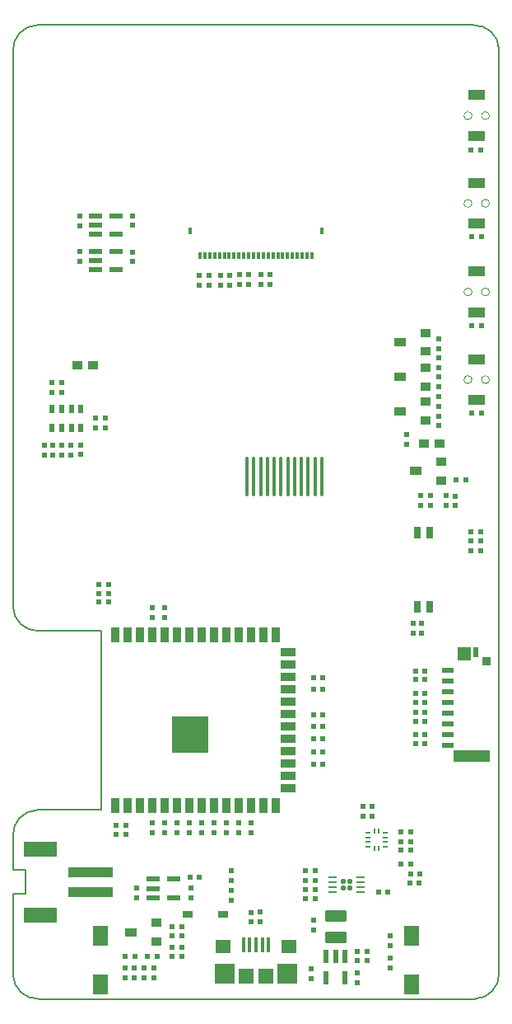
<source format=gtp>
%TF.GenerationSoftware,KiCad,Pcbnew,6.0.6-3a73a75311~116~ubuntu20.04.1*%
%TF.CreationDate,2022-08-17T13:19:53+08:00*%
%TF.ProjectId,Maple_Eye_Alef_V12,4d61706c-655f-4457-9965-5f416c65665f,rev?*%
%TF.SameCoordinates,Original*%
%TF.FileFunction,Paste,Top*%
%TF.FilePolarity,Positive*%
%FSLAX46Y46*%
G04 Gerber Fmt 4.6, Leading zero omitted, Abs format (unit mm)*
G04 Created by KiCad (PCBNEW 6.0.6-3a73a75311~116~ubuntu20.04.1) date 2022-08-17 13:19:53*
%MOMM*%
%LPD*%
G01*
G04 APERTURE LIST*
G04 Aperture macros list*
%AMRoundRect*
0 Rectangle with rounded corners*
0 $1 Rounding radius*
0 $2 $3 $4 $5 $6 $7 $8 $9 X,Y pos of 4 corners*
0 Add a 4 corners polygon primitive as box body*
4,1,4,$2,$3,$4,$5,$6,$7,$8,$9,$2,$3,0*
0 Add four circle primitives for the rounded corners*
1,1,$1+$1,$2,$3*
1,1,$1+$1,$4,$5*
1,1,$1+$1,$6,$7*
1,1,$1+$1,$8,$9*
0 Add four rect primitives between the rounded corners*
20,1,$1+$1,$2,$3,$4,$5,0*
20,1,$1+$1,$4,$5,$6,$7,0*
20,1,$1+$1,$6,$7,$8,$9,0*
20,1,$1+$1,$8,$9,$2,$3,0*%
G04 Aperture macros list end*
%TA.AperFunction,Profile*%
%ADD10C,0.150000*%
%TD*%
%TA.AperFunction,Profile*%
%ADD11C,0.100000*%
%TD*%
%ADD12R,0.600000X0.550000*%
%ADD13R,0.550000X0.600000*%
%ADD14R,1.450000X0.550000*%
%ADD15R,1.450010X0.550012*%
%ADD16R,0.500000X0.600000*%
%ADD17R,0.550000X1.450000*%
%ADD18R,0.550012X1.450010*%
%ADD19RoundRect,0.250000X0.850000X-0.375000X0.850000X0.375000X-0.850000X0.375000X-0.850000X-0.375000X0*%
%ADD20R,0.999998X0.914400*%
%ADD21R,1.270000X0.914400*%
%ADD22R,0.600000X0.500000*%
%ADD23R,0.500000X0.280010*%
%ADD24R,0.280010X0.500000*%
%ADD25RoundRect,0.100000X0.100000X-1.900000X0.100000X1.900000X-0.100000X1.900000X-0.100000X-1.900000X0*%
%ADD26R,0.759460X1.270000*%
%ADD27RoundRect,0.140000X-0.140000X-0.140000X0.140000X-0.140000X0.140000X0.140000X-0.140000X0.140000X0*%
%ADD28RoundRect,0.062500X-0.325000X-0.062500X0.325000X-0.062500X0.325000X0.062500X-0.325000X0.062500X0*%
%ADD29R,1.700000X1.000000*%
%ADD30R,0.300000X0.800000*%
%ADD31R,0.400000X0.800000*%
%ADD32R,4.599991X1.000000*%
%ADD33R,3.399993X1.600000*%
%ADD34R,0.381000X1.524000*%
%ADD35R,1.600000X1.397000*%
%ADD36R,1.500000X1.500000*%
%ADD37R,2.032000X2.032000*%
%ADD38R,1.000000X0.950000*%
%ADD39R,1.000000X0.700000*%
%ADD40R,1.500000X2.000000*%
%ADD41R,3.800000X1.200000*%
%ADD42R,1.400000X1.450000*%
%ADD43R,0.600000X1.000000*%
%ADD44R,0.850000X0.950000*%
%ADD45R,1.250000X0.600000*%
%ADD46R,0.600000X0.900000*%
%ADD47R,0.899998X1.499997*%
%ADD48R,1.499997X0.899998*%
%ADD49R,3.699993X3.699993*%
G04 APERTURE END LIST*
D10*
X217516861Y-150099994D02*
G75*
G03*
X219999992Y-147476295I-70261J2553394D01*
G01*
X172477803Y-50100089D02*
G75*
G03*
X169999990Y-52730310I76197J-2554011D01*
G01*
X172488739Y-130703189D02*
G75*
G03*
X169999990Y-133326905I67461J-2556211D01*
G01*
X171331992Y-136824593D02*
X171331992Y-139262993D01*
X169999995Y-147606600D02*
G75*
G03*
X172627800Y-150100005I2560605J67200D01*
G01*
X170000006Y-109815661D02*
G75*
G03*
X172628105Y-112313593I2562994J65061D01*
G01*
X219999992Y-147476295D02*
X219999992Y-52579731D01*
X179078992Y-112313593D02*
X179078992Y-130703193D01*
X179078992Y-112313593D02*
X172628105Y-112313593D01*
X220000000Y-52579731D02*
G75*
G03*
X217374090Y-50100001I-2552800J-73069D01*
G01*
X171331992Y-139262993D02*
X169999990Y-139262993D01*
X172477800Y-50100001D02*
X217374090Y-50100001D01*
X172627800Y-150100005D02*
X217516861Y-150100005D01*
X169999990Y-147606600D02*
X169999990Y-139262993D01*
X179078992Y-130703193D02*
X172488739Y-130703193D01*
X169999990Y-109815661D02*
X169999990Y-52730310D01*
X169999990Y-136824593D02*
X169999990Y-133326905D01*
X169999990Y-136824593D02*
X171331992Y-136824593D01*
D11*
%TO.C,MENU1*%
X218560203Y-77101985D02*
G75*
G03*
X218575051Y-77100779I40322J-404435D01*
G01*
X216760203Y-77101985D02*
G75*
G03*
X216775051Y-77100779I40322J-404435D01*
G01*
%TO.C,DOWN1*%
X216760203Y-68001985D02*
G75*
G03*
X216775051Y-68000779I40322J-404435D01*
G01*
X218560203Y-68001985D02*
G75*
G03*
X218575051Y-68000779I40322J-404435D01*
G01*
%TO.C,UP1*%
X218560203Y-59001985D02*
G75*
G03*
X218575051Y-59000779I40322J-404435D01*
G01*
X216760203Y-59001985D02*
G75*
G03*
X216775051Y-59000779I40322J-404435D01*
G01*
%TO.C,PLAY1*%
X216760203Y-86101985D02*
G75*
G03*
X216775051Y-86100779I40322J-404435D01*
G01*
X218560203Y-86101985D02*
G75*
G03*
X218575051Y-86100779I40322J-404435D01*
G01*
%TD*%
D12*
%TO.C,R51*%
X209927800Y-133956600D03*
X210927802Y-133956600D03*
%TD*%
D13*
%TO.C,R6*%
X184500000Y-147900000D03*
X184500000Y-146899998D03*
%TD*%
D12*
%TO.C,R7*%
X218200000Y-71800000D03*
X217199998Y-71800000D03*
%TD*%
D14*
%TO.C,U4*%
X178474604Y-69666987D03*
D15*
X178474600Y-70617000D03*
X178474600Y-71566985D03*
X180624608Y-71566985D03*
X180624608Y-69666989D03*
%TD*%
D13*
%TO.C,R49*%
X174024400Y-86820000D03*
X174024400Y-87820002D03*
%TD*%
D16*
%TO.C,C19*%
X176869200Y-73383400D03*
X176869200Y-74383402D03*
%TD*%
D13*
%TO.C,R61*%
X176945400Y-93203398D03*
X176945400Y-94203400D03*
%TD*%
D17*
%TO.C,U8*%
X204137813Y-145766604D03*
D18*
X203187800Y-145766600D03*
X202237815Y-145766600D03*
X202237815Y-147916608D03*
X204137811Y-147916608D03*
%TD*%
D19*
%TO.C,L1*%
X203207800Y-143771600D03*
X203207800Y-141621600D03*
%TD*%
D13*
%TO.C,R50*%
X174989600Y-86820000D03*
X174989600Y-87820002D03*
%TD*%
D12*
%TO.C,R27*%
X200900000Y-118300000D03*
X201900002Y-118300000D03*
%TD*%
%TO.C,R1*%
X217200000Y-81000000D03*
X218200002Y-81000000D03*
%TD*%
%TO.C,R44*%
X201900000Y-124700000D03*
X200899998Y-124700000D03*
%TD*%
%TO.C,R17*%
X218100000Y-104100000D03*
X217099998Y-104100000D03*
%TD*%
D16*
%TO.C,C20*%
X190200000Y-75800000D03*
X190200000Y-76800002D03*
%TD*%
%TO.C,C30*%
X206407800Y-145196600D03*
X206407800Y-146196602D03*
%TD*%
D20*
%TO.C,Q1*%
X184725298Y-144196611D03*
X184725298Y-142296615D03*
D21*
X182125303Y-143246600D03*
%TD*%
D20*
%TO.C,Q3*%
X212425298Y-87196611D03*
X212425298Y-85296615D03*
D21*
X209825303Y-86246600D03*
%TD*%
D22*
%TO.C,C24*%
X212400000Y-118705400D03*
X211399998Y-118705400D03*
%TD*%
D12*
%TO.C,R28*%
X200900000Y-117100000D03*
X201900002Y-117100000D03*
%TD*%
D13*
%TO.C,R34*%
X185642108Y-133000002D03*
X185642108Y-132000000D03*
%TD*%
D23*
%TO.C,U7*%
X208282753Y-134506611D03*
X208282753Y-134006612D03*
X208282753Y-133506588D03*
X208282753Y-133006589D03*
D24*
X207657812Y-132881570D03*
X207157787Y-132881570D03*
D23*
X206532846Y-133006589D03*
X206532846Y-133506588D03*
X206532846Y-134006612D03*
X206532846Y-134506611D03*
D24*
X207157787Y-134631630D03*
X207657812Y-134631630D03*
%TD*%
D16*
%TO.C,C13*%
X193328400Y-75745600D03*
X193328400Y-76745602D03*
%TD*%
D12*
%TO.C,R41*%
X201900000Y-120900000D03*
X200899998Y-120900000D03*
%TD*%
%TO.C,R53*%
X211400000Y-121600000D03*
X212400002Y-121600000D03*
%TD*%
D13*
%TO.C,R60*%
X175015000Y-93238200D03*
X175015000Y-94238202D03*
%TD*%
D16*
%TO.C,C26*%
X206027800Y-131356600D03*
X206027800Y-130356598D03*
%TD*%
D14*
%TO.C,U2*%
X184426200Y-137810202D03*
D15*
X184426196Y-138760215D03*
X184426196Y-139710200D03*
X186576204Y-139710200D03*
X186576204Y-137810204D03*
%TD*%
D13*
%TO.C,R9*%
X194511000Y-142217402D03*
X194511000Y-141217400D03*
%TD*%
D22*
%TO.C,C11*%
X211954600Y-99435800D03*
X212954602Y-99435800D03*
%TD*%
D25*
%TO.C,J5*%
X201770000Y-96480000D03*
X201070000Y-96480000D03*
X200370000Y-96480000D03*
X199670000Y-96480000D03*
X198970000Y-96480000D03*
X198270000Y-96480000D03*
X197570000Y-96480000D03*
X196870000Y-96480000D03*
X196170000Y-96480000D03*
X195470000Y-96480000D03*
X194770000Y-96480000D03*
X194070000Y-96480000D03*
%TD*%
D13*
%TO.C,R38*%
X189400000Y-133000000D03*
X189400000Y-131999998D03*
%TD*%
D26*
%TO.C,SW1*%
X211572800Y-109866600D03*
X212842800Y-109866600D03*
X212842800Y-102246600D03*
X211572800Y-102246600D03*
%TD*%
D13*
%TO.C,R18*%
X192457800Y-137946600D03*
X192457800Y-136946598D03*
%TD*%
D12*
%TO.C,R52*%
X211400000Y-117300000D03*
X212400002Y-117300000D03*
%TD*%
D27*
%TO.C,U3*%
X204657800Y-138046600D03*
X203957800Y-138046600D03*
X203957800Y-138746600D03*
X204657800Y-138746600D03*
D28*
X202845300Y-137646600D03*
X202845300Y-138146600D03*
X202845300Y-138646600D03*
X202845300Y-139146600D03*
X205770300Y-139146600D03*
X205770300Y-138646600D03*
X205770300Y-138146600D03*
X205770300Y-137646600D03*
%TD*%
D16*
%TO.C,C12*%
X200907800Y-142046600D03*
X200907800Y-143046602D03*
%TD*%
%TO.C,C18*%
X176875004Y-69699985D03*
X176875004Y-70699987D03*
%TD*%
D13*
%TO.C,R62*%
X173211600Y-93238200D03*
X173211600Y-94238202D03*
%TD*%
%TO.C,R47*%
X211137800Y-111556600D03*
X211137800Y-112556602D03*
%TD*%
D12*
%TO.C,R5*%
X186400000Y-143600000D03*
X187400002Y-143600000D03*
%TD*%
%TO.C,R54*%
X211400000Y-123000000D03*
X212400002Y-123000000D03*
%TD*%
%TO.C,R32*%
X179833000Y-108478200D03*
X178832998Y-108478200D03*
%TD*%
D16*
%TO.C,C29*%
X179487800Y-91431800D03*
X179487800Y-90431798D03*
%TD*%
D13*
%TO.C,R64*%
X213757800Y-86246600D03*
X213757800Y-87246602D03*
%TD*%
D12*
%TO.C,R69*%
X200088000Y-138896600D03*
X201088002Y-138896600D03*
%TD*%
%TO.C,R23*%
X215600000Y-96800000D03*
X216600002Y-96800000D03*
%TD*%
D29*
%TO.C,MENU1*%
X217700000Y-79600000D03*
X217700000Y-75400000D03*
%TD*%
D22*
%TO.C,D4*%
X211887802Y-137281800D03*
X210887800Y-137281800D03*
%TD*%
D12*
%TO.C,R10*%
X217100000Y-62900000D03*
X218100002Y-62900000D03*
%TD*%
D30*
%TO.C,J4*%
X189250000Y-73750000D03*
X189750000Y-73750000D03*
X190250000Y-73750000D03*
X190750000Y-73750000D03*
X191250000Y-73750000D03*
X191750000Y-73750000D03*
X192250000Y-73750000D03*
X192750000Y-73750000D03*
X193250000Y-73750000D03*
X193750000Y-73750000D03*
X194250000Y-73750000D03*
X194750000Y-73750000D03*
X195250000Y-73750000D03*
X195750000Y-73750000D03*
X196250000Y-73750000D03*
X196750000Y-73750000D03*
X197250000Y-73750000D03*
X197750000Y-73750000D03*
X198250000Y-73750000D03*
X198750000Y-73750000D03*
X199250000Y-73750000D03*
X199750000Y-73750000D03*
X200250000Y-73750000D03*
X200750000Y-73750000D03*
D31*
X201750000Y-71250000D03*
X188250000Y-71250000D03*
%TD*%
D13*
%TO.C,R2*%
X208800000Y-144600000D03*
X208800000Y-143599998D03*
%TD*%
D32*
%TO.C,J2*%
X178003793Y-139119998D03*
X178003793Y-137120002D03*
D33*
X172803803Y-141520044D03*
X172803803Y-134719956D03*
%TD*%
D20*
%TO.C,Q5*%
X212425298Y-83596611D03*
X212425298Y-81696615D03*
D21*
X209825303Y-82646600D03*
%TD*%
D22*
%TO.C,C23*%
X209927800Y-132956600D03*
X210927802Y-132956600D03*
%TD*%
D34*
%TO.C,J1*%
X193700003Y-144549987D03*
X194349989Y-144549987D03*
X195000000Y-144549987D03*
X195650011Y-144549987D03*
X196299997Y-144549987D03*
D35*
X191600007Y-144726999D03*
D36*
X195999998Y-147799993D03*
D37*
X191774200Y-147475000D03*
D35*
X198399993Y-144726999D03*
D36*
X194000002Y-147799993D03*
D37*
X198225800Y-147475000D03*
%TD*%
D22*
%TO.C,C25*%
X212400000Y-119645200D03*
X211399998Y-119645200D03*
%TD*%
D16*
%TO.C,C1*%
X208800000Y-146900000D03*
X208800000Y-145899998D03*
%TD*%
D13*
%TO.C,R63*%
X174126000Y-93220800D03*
X174126000Y-94220802D03*
%TD*%
D38*
%TO.C,R21*%
X212300000Y-93100000D03*
X213899998Y-93100000D03*
%TD*%
D13*
%TO.C,R48*%
X212007800Y-111556600D03*
X212007800Y-112556602D03*
%TD*%
D20*
%TO.C,Q2*%
X214067498Y-96850011D03*
X214067498Y-94950015D03*
D21*
X211467503Y-95900000D03*
%TD*%
D22*
%TO.C,C8*%
X217100000Y-103100000D03*
X218100002Y-103100000D03*
%TD*%
D16*
%TO.C,C7*%
X188300000Y-139700000D03*
X188300000Y-138699998D03*
%TD*%
D13*
%TO.C,R24*%
X191400000Y-76800000D03*
X191400000Y-75799998D03*
%TD*%
D12*
%TO.C,R45*%
X201900000Y-126000000D03*
X200899998Y-126000000D03*
%TD*%
D13*
%TO.C,R3*%
X182500000Y-147900000D03*
X182500000Y-146899998D03*
%TD*%
D12*
%TO.C,R13*%
X188200000Y-137600000D03*
X189200002Y-137600000D03*
%TD*%
%TO.C,R12*%
X186407800Y-145746600D03*
X187407802Y-145746600D03*
%TD*%
D39*
%TO.C,D3*%
X187950000Y-141400000D03*
X191650000Y-141400000D03*
%TD*%
D16*
%TO.C,C16*%
X196400000Y-75700000D03*
X196400000Y-76700002D03*
%TD*%
D29*
%TO.C,DOWN1*%
X217700000Y-70500000D03*
X217700000Y-66300000D03*
%TD*%
D16*
%TO.C,C17*%
X189200000Y-75800000D03*
X189200000Y-76800002D03*
%TD*%
D13*
%TO.C,R72*%
X205407800Y-146196600D03*
X205407800Y-145196598D03*
%TD*%
D22*
%TO.C,C31*%
X201088000Y-139846600D03*
X200087998Y-139846600D03*
%TD*%
D13*
%TO.C,R73*%
X205407800Y-148446600D03*
X205407800Y-147446598D03*
%TD*%
%TO.C,R8*%
X195400000Y-142200000D03*
X195400000Y-141199998D03*
%TD*%
%TO.C,R77*%
X213757800Y-82346600D03*
X213757800Y-83346602D03*
%TD*%
D16*
%TO.C,C9*%
X200707800Y-147996600D03*
X200707800Y-146996598D03*
%TD*%
D13*
%TO.C,R36*%
X188142108Y-133000000D03*
X188142108Y-131999998D03*
%TD*%
D12*
%TO.C,R19*%
X182550800Y-145740000D03*
X181550798Y-145740000D03*
%TD*%
D16*
%TO.C,C27*%
X206927800Y-131356600D03*
X206927800Y-130356598D03*
%TD*%
D22*
%TO.C,C10*%
X211954600Y-98435800D03*
X212954602Y-98435800D03*
%TD*%
D16*
%TO.C,C4*%
X182700000Y-139700000D03*
X182700000Y-138699998D03*
%TD*%
%TO.C,C15*%
X194242800Y-75720200D03*
X194242800Y-76720202D03*
%TD*%
D22*
%TO.C,D1*%
X186399998Y-142700000D03*
X187400000Y-142700000D03*
%TD*%
D13*
%TO.C,R35*%
X186842108Y-133000000D03*
X186842108Y-131999998D03*
%TD*%
D16*
%TO.C,C21*%
X182318204Y-69677185D03*
X182318204Y-70677187D03*
%TD*%
D12*
%TO.C,R14*%
X187407800Y-144846600D03*
X186407798Y-144846600D03*
%TD*%
D40*
%TO.C,EN1*%
X179000000Y-148600000D03*
X179000000Y-143600000D03*
%TD*%
D16*
%TO.C,C22*%
X182275004Y-73399985D03*
X182275004Y-74399987D03*
%TD*%
D13*
%TO.C,R30*%
X215507800Y-98456600D03*
X215507800Y-99456602D03*
%TD*%
D29*
%TO.C,UP1*%
X217700000Y-61500000D03*
X217700000Y-57300000D03*
%TD*%
D40*
%TO.C,BOOT1*%
X211000000Y-148600000D03*
X211000000Y-143600000D03*
%TD*%
D22*
%TO.C,C32*%
X201088000Y-136946600D03*
X200087998Y-136946600D03*
%TD*%
D12*
%TO.C,R68*%
X200088000Y-137946600D03*
X201088002Y-137946600D03*
%TD*%
D16*
%TO.C,C3*%
X183500000Y-146900000D03*
X183500000Y-147900002D03*
%TD*%
%TO.C,D2*%
X192457800Y-139946602D03*
X192457800Y-138946600D03*
%TD*%
D12*
%TO.C,R56*%
X212400000Y-123900000D03*
X211399998Y-123900000D03*
%TD*%
D13*
%TO.C,R76*%
X213757800Y-91246600D03*
X213757800Y-90246598D03*
%TD*%
D20*
%TO.C,Q4*%
X212425298Y-90696611D03*
X212425298Y-88796615D03*
D21*
X209825303Y-89746600D03*
%TD*%
D13*
%TO.C,R46*%
X194500000Y-133000000D03*
X194500000Y-131999998D03*
%TD*%
D22*
%TO.C,C5*%
X181600000Y-132300000D03*
X180599998Y-132300000D03*
%TD*%
D12*
%TO.C,R70*%
X208588000Y-139146600D03*
X207587998Y-139146600D03*
%TD*%
D41*
%TO.C,J7*%
X217200000Y-125200000D03*
D42*
X216400000Y-114700000D03*
D43*
X217650000Y-114500000D03*
D44*
X218700000Y-115400000D03*
D45*
X214700000Y-116350000D03*
X214700000Y-117450000D03*
X214700000Y-118550000D03*
X214700000Y-119650000D03*
X214700000Y-120750000D03*
X214700000Y-121850000D03*
X214700000Y-122950000D03*
X214700000Y-124050000D03*
%TD*%
D13*
%TO.C,R26*%
X185600000Y-110900000D03*
X185600000Y-109899998D03*
%TD*%
D12*
%TO.C,R66*%
X178832998Y-107546600D03*
X179833000Y-107546600D03*
%TD*%
D13*
%TO.C,R22*%
X192287000Y-76796400D03*
X192287000Y-75796398D03*
%TD*%
D12*
%TO.C,R58*%
X212400000Y-116400000D03*
X211399998Y-116400000D03*
%TD*%
D38*
%TO.C,R67*%
X178257800Y-85046600D03*
X176657802Y-85046600D03*
%TD*%
D16*
%TO.C,C2*%
X181500000Y-147900000D03*
X181500000Y-146899998D03*
%TD*%
D13*
%TO.C,R37*%
X190700000Y-133000000D03*
X190700000Y-131999998D03*
%TD*%
%TO.C,R29*%
X214577800Y-98446600D03*
X214577800Y-99446602D03*
%TD*%
D12*
%TO.C,R42*%
X201900000Y-122100000D03*
X200899998Y-122100000D03*
%TD*%
%TO.C,R16*%
X210887800Y-136256600D03*
X209887798Y-136256600D03*
%TD*%
D22*
%TO.C,C6*%
X181600000Y-133200000D03*
X180599998Y-133200000D03*
%TD*%
D13*
%TO.C,R59*%
X175980200Y-93238200D03*
X175980200Y-94238202D03*
%TD*%
D29*
%TO.C,PLAY1*%
X217700000Y-88600000D03*
X217700000Y-84400000D03*
%TD*%
D12*
%TO.C,R15*%
X210803602Y-138221600D03*
X211803604Y-138221600D03*
%TD*%
D13*
%TO.C,R39*%
X191942108Y-133000000D03*
X191942108Y-131999998D03*
%TD*%
D16*
%TO.C,C28*%
X178522600Y-91439800D03*
X178522600Y-90439798D03*
%TD*%
D12*
%TO.C,R20*%
X184836800Y-145740000D03*
X183836798Y-145740000D03*
%TD*%
%TO.C,R55*%
X209927800Y-134846600D03*
X210927802Y-134846600D03*
%TD*%
D46*
%TO.C,U6*%
X177000000Y-89550000D03*
X176000000Y-89550000D03*
X175000000Y-89550000D03*
X174000000Y-89550000D03*
X174000000Y-91450000D03*
X175000000Y-91450000D03*
X176000000Y-91450000D03*
X177000000Y-91450000D03*
%TD*%
D13*
%TO.C,R74*%
X213757800Y-84246600D03*
X213757800Y-85246602D03*
%TD*%
%TO.C,R75*%
X213757800Y-88246600D03*
X213757800Y-89246602D03*
%TD*%
D47*
%TO.C,U1*%
X180543504Y-130252395D03*
X181813504Y-130252395D03*
X183083504Y-130252395D03*
X184353504Y-130252395D03*
X185623504Y-130252395D03*
X186893504Y-130252395D03*
X188163504Y-130252395D03*
X189433504Y-130252395D03*
X190703504Y-130252395D03*
X191973504Y-130252395D03*
X193243504Y-130252395D03*
X194513504Y-130252395D03*
X195783504Y-130252395D03*
X197053504Y-130252395D03*
D48*
X198333510Y-128487400D03*
X198333486Y-127217400D03*
X198333486Y-125947400D03*
X198333486Y-124677400D03*
X198333486Y-123407400D03*
X198333486Y-122137400D03*
X198333486Y-120867400D03*
X198333486Y-119597400D03*
X198333486Y-118327400D03*
X198333486Y-117057400D03*
X198333486Y-115787400D03*
X198303489Y-114517400D03*
D47*
X197053504Y-112752405D03*
X195783504Y-112752405D03*
X194513504Y-112752405D03*
X193243504Y-112752405D03*
X191973504Y-112752405D03*
X190703504Y-112752405D03*
X189433504Y-112752405D03*
X188163504Y-112752405D03*
X186893504Y-112752405D03*
X185623504Y-112752405D03*
X184353504Y-112752405D03*
X183083504Y-112752405D03*
X181813504Y-112752405D03*
X180543504Y-112752405D03*
D49*
X188263529Y-123002397D03*
%TD*%
D13*
%TO.C,R65*%
X210457800Y-93146600D03*
X210457800Y-92146598D03*
%TD*%
D12*
%TO.C,R43*%
X201900000Y-123400000D03*
X200899998Y-123400000D03*
%TD*%
D13*
%TO.C,R33*%
X184300000Y-133000000D03*
X184300000Y-131999998D03*
%TD*%
D14*
%TO.C,U5*%
X178500004Y-73349987D03*
D15*
X178500000Y-74300000D03*
X178500000Y-75249985D03*
X180650008Y-75249985D03*
X180650008Y-73349989D03*
%TD*%
D12*
%TO.C,R31*%
X179833000Y-109341800D03*
X178832998Y-109341800D03*
%TD*%
D13*
%TO.C,R40*%
X193242108Y-133000000D03*
X193242108Y-131999998D03*
%TD*%
D12*
%TO.C,R57*%
X212400000Y-120700000D03*
X211399998Y-120700000D03*
%TD*%
D13*
%TO.C,R25*%
X184342108Y-110900000D03*
X184342108Y-109899998D03*
%TD*%
D12*
%TO.C,R4*%
X217200000Y-89900000D03*
X218200002Y-89900000D03*
%TD*%
%TO.C,R11*%
X218100000Y-102100000D03*
X217099998Y-102100000D03*
%TD*%
D16*
%TO.C,C14*%
X195500000Y-75700000D03*
X195500000Y-76700002D03*
%TD*%
M02*

</source>
